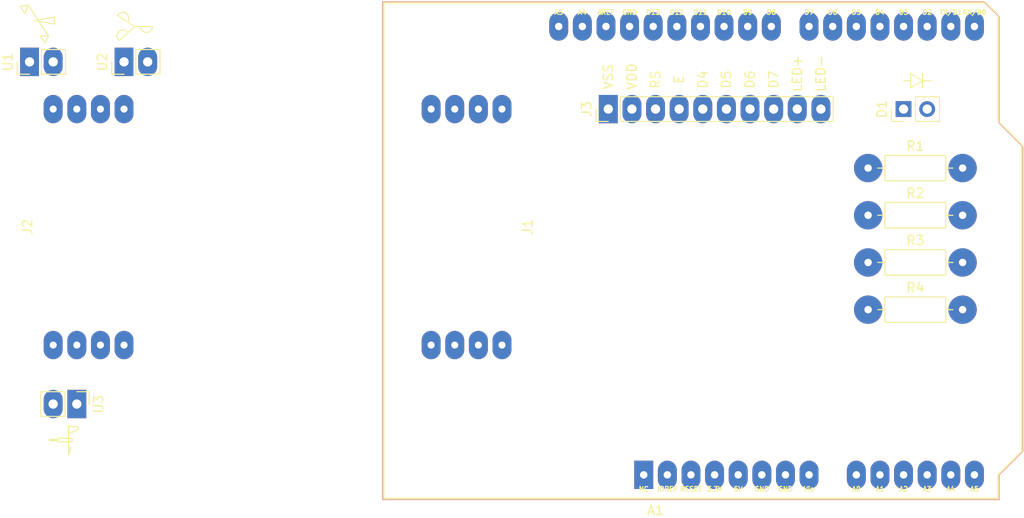
<source format=kicad_pcb>
(kicad_pcb (version 20171130) (host pcbnew 5.1.5-52549c5~84~ubuntu18.04.1)

  (general
    (thickness 1.6)
    (drawings 0)
    (tracks 0)
    (zones 0)
    (modules 12)
    (nets 46)
  )

  (page A4)
  (layers
    (0 F.Cu signal)
    (31 B.Cu signal)
    (32 B.Adhes user)
    (33 F.Adhes user)
    (34 B.Paste user)
    (35 F.Paste user)
    (36 B.SilkS user)
    (37 F.SilkS user)
    (38 B.Mask user)
    (39 F.Mask user)
    (40 Dwgs.User user)
    (41 Cmts.User user)
    (42 Eco1.User user)
    (43 Eco2.User user)
    (44 Edge.Cuts user)
    (45 Margin user)
    (46 B.CrtYd user)
    (47 F.CrtYd user)
    (48 B.Fab user)
    (49 F.Fab user)
  )

  (setup
    (last_trace_width 0.25)
    (trace_clearance 0.2)
    (zone_clearance 0.508)
    (zone_45_only no)
    (trace_min 0.2)
    (via_size 0.8)
    (via_drill 0.4)
    (via_min_size 0.4)
    (via_min_drill 0.3)
    (uvia_size 0.3)
    (uvia_drill 0.1)
    (uvias_allowed no)
    (uvia_min_size 0.2)
    (uvia_min_drill 0.1)
    (edge_width 0.05)
    (segment_width 0.2)
    (pcb_text_width 0.3)
    (pcb_text_size 1.5 1.5)
    (mod_edge_width 0.12)
    (mod_text_size 1 1)
    (mod_text_width 0.15)
    (pad_size 1.524 1.524)
    (pad_drill 0.762)
    (pad_to_mask_clearance 0.051)
    (solder_mask_min_width 0.25)
    (aux_axis_origin 0 0)
    (visible_elements FFFFFF7F)
    (pcbplotparams
      (layerselection 0x010fc_ffffffff)
      (usegerberextensions false)
      (usegerberattributes false)
      (usegerberadvancedattributes false)
      (creategerberjobfile false)
      (excludeedgelayer true)
      (linewidth 0.100000)
      (plotframeref false)
      (viasonmask false)
      (mode 1)
      (useauxorigin false)
      (hpglpennumber 1)
      (hpglpenspeed 20)
      (hpglpendiameter 15.000000)
      (psnegative false)
      (psa4output false)
      (plotreference true)
      (plotvalue true)
      (plotinvisibletext false)
      (padsonsilk false)
      (subtractmaskfromsilk false)
      (outputformat 1)
      (mirror false)
      (drillshape 1)
      (scaleselection 1)
      (outputdirectory ""))
  )

  (net 0 "")
  (net 1 "Net-(A1-Pad16)")
  (net 2 "Net-(A1-Pad15)")
  (net 3 "Net-(A1-Pad30)")
  (net 4 "Net-(A1-Pad14)")
  (net 5 "Net-(A1-Pad29)")
  (net 6 "Net-(A1-Pad13)")
  (net 7 "Net-(A1-Pad28)")
  (net 8 "Net-(A1-Pad12)")
  (net 9 "Net-(A1-Pad27)")
  (net 10 "Net-(A1-Pad11)")
  (net 11 "Net-(A1-Pad26)")
  (net 12 "Net-(A1-Pad10)")
  (net 13 "Net-(A1-Pad25)")
  (net 14 "Net-(A1-Pad9)")
  (net 15 "Net-(A1-Pad24)")
  (net 16 "Net-(A1-Pad8)")
  (net 17 "Net-(A1-Pad23)")
  (net 18 "Net-(A1-Pad7)")
  (net 19 "Net-(A1-Pad22)")
  (net 20 "Net-(A1-Pad6)")
  (net 21 "Net-(A1-Pad21)")
  (net 22 "Net-(A1-Pad5)")
  (net 23 "Net-(A1-Pad20)")
  (net 24 "Net-(A1-Pad4)")
  (net 25 "Net-(A1-Pad19)")
  (net 26 "Net-(A1-Pad3)")
  (net 27 "Net-(A1-Pad18)")
  (net 28 "Net-(A1-Pad2)")
  (net 29 "Net-(A1-Pad17)")
  (net 30 "Net-(A1-Pad1)")
  (net 31 "Net-(A1-Pad31)")
  (net 32 "Net-(A1-Pad32)")
  (net 33 "Net-(D1-Pad1)")
  (net 34 "Net-(J1-Pad7)")
  (net 35 "Net-(J1-Pad8)")
  (net 36 "Net-(J2-Pad1)")
  (net 37 "Net-(J2-Pad2)")
  (net 38 "Net-(J2-Pad5)")
  (net 39 "Net-(J2-Pad4)")
  (net 40 "Net-(J2-Pad7)")
  (net 41 "Net-(J2-Pad8)")
  (net 42 "Net-(J2-Pad3)")
  (net 43 "Net-(J2-Pad6)")
  (net 44 "Net-(J3-Pad10)")
  (net 45 "Net-(J3-Pad9)")

  (net_class Default "This is the default net class."
    (clearance 0.2)
    (trace_width 0.25)
    (via_dia 0.8)
    (via_drill 0.4)
    (uvia_dia 0.3)
    (uvia_drill 0.1)
    (add_net "Net-(A1-Pad1)")
    (add_net "Net-(A1-Pad10)")
    (add_net "Net-(A1-Pad11)")
    (add_net "Net-(A1-Pad12)")
    (add_net "Net-(A1-Pad13)")
    (add_net "Net-(A1-Pad14)")
    (add_net "Net-(A1-Pad15)")
    (add_net "Net-(A1-Pad16)")
    (add_net "Net-(A1-Pad17)")
    (add_net "Net-(A1-Pad18)")
    (add_net "Net-(A1-Pad19)")
    (add_net "Net-(A1-Pad2)")
    (add_net "Net-(A1-Pad20)")
    (add_net "Net-(A1-Pad21)")
    (add_net "Net-(A1-Pad22)")
    (add_net "Net-(A1-Pad23)")
    (add_net "Net-(A1-Pad24)")
    (add_net "Net-(A1-Pad25)")
    (add_net "Net-(A1-Pad26)")
    (add_net "Net-(A1-Pad27)")
    (add_net "Net-(A1-Pad28)")
    (add_net "Net-(A1-Pad29)")
    (add_net "Net-(A1-Pad3)")
    (add_net "Net-(A1-Pad30)")
    (add_net "Net-(A1-Pad31)")
    (add_net "Net-(A1-Pad32)")
    (add_net "Net-(A1-Pad4)")
    (add_net "Net-(A1-Pad5)")
    (add_net "Net-(A1-Pad6)")
    (add_net "Net-(A1-Pad7)")
    (add_net "Net-(A1-Pad8)")
    (add_net "Net-(A1-Pad9)")
    (add_net "Net-(D1-Pad1)")
    (add_net "Net-(J1-Pad7)")
    (add_net "Net-(J1-Pad8)")
    (add_net "Net-(J2-Pad1)")
    (add_net "Net-(J2-Pad2)")
    (add_net "Net-(J2-Pad3)")
    (add_net "Net-(J2-Pad4)")
    (add_net "Net-(J2-Pad5)")
    (add_net "Net-(J2-Pad6)")
    (add_net "Net-(J2-Pad7)")
    (add_net "Net-(J2-Pad8)")
    (add_net "Net-(J3-Pad10)")
    (add_net "Net-(J3-Pad9)")
  )

  (module My_Headers:2-pin_Wind_vane_header_large (layer F.Cu) (tedit 5E724C5F) (tstamp 5E731255)
    (at 85.09 104.14 270)
    (descr "Through hole straight pin header, 1x02, 2.54mm pitch, single row")
    (tags "Through hole pin header THT 1x02 2.54mm single row")
    (path /5E770C07)
    (fp_text reference U3 (at 0 -2.33 90) (layer F.SilkS)
      (effects (font (size 1 1) (thickness 0.15)))
    )
    (fp_text value Wind_vane (at 0 4.87 90) (layer F.Fab) hide
      (effects (font (size 1 1) (thickness 0.15)))
    )
    (fp_line (start 2.794 -0.127) (end 3.175 0.889) (layer F.SilkS) (width 0.12))
    (fp_line (start 2.413 -0.127) (end 2.794 -0.127) (layer F.SilkS) (width 0.12))
    (fp_line (start 2.413 0.889) (end 2.413 -0.127) (layer F.SilkS) (width 0.12))
    (fp_line (start 4.699 0.889) (end 2.413 0.889) (layer F.SilkS) (width 0.12))
    (fp_line (start 4.699 0.635) (end 4.699 0.889) (layer F.SilkS) (width 0.12))
    (fp_line (start 5.461 0.889) (end 4.699 0.635) (layer F.SilkS) (width 0.12))
    (fp_line (start 2.413 0.889) (end 5.461 0.889) (layer F.SilkS) (width 0.12))
    (fp_line (start 3.81 2.921) (end 3.81 2.032) (layer F.SilkS) (width 0.12))
    (fp_line (start 3.937 2.921) (end 3.81 2.921) (layer F.SilkS) (width 0.12))
    (fp_line (start 3.937 2.032) (end 3.937 2.921) (layer F.SilkS) (width 0.12))
    (fp_line (start 4.064 2.032) (end 3.683 2.032) (layer F.SilkS) (width 0.12))
    (fp_line (start 4.064 0.508) (end 4.064 2.032) (layer F.SilkS) (width 0.12))
    (fp_line (start 3.683 0.508) (end 4.064 0.508) (layer F.SilkS) (width 0.12))
    (fp_line (start 3.683 2.032) (end 3.683 0.508) (layer F.SilkS) (width 0.12))
    (fp_line (start 1.8 -1.8) (end -1.8 -1.8) (layer F.CrtYd) (width 0.05))
    (fp_line (start 1.8 4.35) (end 1.8 -1.8) (layer F.CrtYd) (width 0.05))
    (fp_line (start -1.8 4.35) (end 1.8 4.35) (layer F.CrtYd) (width 0.05))
    (fp_line (start -1.8 -1.8) (end -1.8 4.35) (layer F.CrtYd) (width 0.05))
    (fp_line (start -1.33 -1.33) (end 0 -1.33) (layer F.SilkS) (width 0.12))
    (fp_line (start -1.33 0) (end -1.33 -1.33) (layer F.SilkS) (width 0.12))
    (fp_line (start -1.33 1.27) (end 1.33 1.27) (layer F.SilkS) (width 0.12))
    (fp_line (start 1.33 1.27) (end 1.33 3.87) (layer F.SilkS) (width 0.12))
    (fp_line (start -1.33 1.27) (end -1.33 3.87) (layer F.SilkS) (width 0.12))
    (fp_line (start -1.33 3.87) (end 1.33 3.87) (layer F.SilkS) (width 0.12))
    (fp_line (start -1.27 -0.635) (end -0.635 -1.27) (layer F.Fab) (width 0.1))
    (fp_line (start -1.27 3.81) (end -1.27 -0.635) (layer F.Fab) (width 0.1))
    (fp_line (start 1.27 3.81) (end -1.27 3.81) (layer F.Fab) (width 0.1))
    (fp_line (start 1.27 -1.27) (end 1.27 3.81) (layer F.Fab) (width 0.1))
    (fp_line (start -0.635 -1.27) (end 1.27 -1.27) (layer F.Fab) (width 0.1))
    (pad 2 thru_hole oval (at 0 2.54 270) (size 3.048 2.032) (drill 1) (layers *.Cu *.Mask)
      (net 43 "Net-(J2-Pad6)"))
    (pad 1 thru_hole rect (at 0 0 270) (size 3.048 2.032) (drill 1) (layers *.Cu *.Mask)
      (net 42 "Net-(J2-Pad3)"))
    (model ${KISYS3DMOD}/Connector_PinHeader_2.54mm.3dshapes/PinHeader_1x02_P2.54mm_Vertical.wrl
      (at (xyz 0 0 0))
      (scale (xyz 1 1 1))
      (rotate (xyz 0 0 0))
    )
  )

  (module My_Headers:2-pin_Anemometer_header_large (layer F.Cu) (tedit 5E724D9A) (tstamp 5E731232)
    (at 90.17 67.31 90)
    (descr "Through hole straight pin header, 1x02, 2.54mm pitch, single row")
    (tags "Through hole pin header THT 1x02 2.54mm single row")
    (path /5E7848A3)
    (fp_text reference U2 (at 0 -2.33 90) (layer F.SilkS)
      (effects (font (size 1 1) (thickness 0.15)))
    )
    (fp_text value Anemometer (at 0 4.87 90) (layer F.Fab) hide
      (effects (font (size 1 1) (thickness 0.15)))
    )
    (fp_line (start 3.81 1.143) (end 3.81 3.048) (layer F.SilkS) (width 0.12))
    (fp_line (start 3.81 1.143) (end 2.286 -0.508) (layer F.SilkS) (width 0.12))
    (fp_line (start 3.81 1.143) (end 4.953 -0.635) (layer F.SilkS) (width 0.12))
    (fp_arc (start 2.794 -0.127) (end 3.175 0.380999) (angle -188.1301024) (layer F.SilkS) (width 0.12))
    (fp_arc (start 4.699 -0.127) (end 4.318001 0.381) (angle -190.3048465) (layer F.SilkS) (width 0.12))
    (fp_arc (start 3.81 2.413) (end 3.81 1.778) (angle -180) (layer F.SilkS) (width 0.12))
    (fp_line (start -0.635 -1.27) (end 1.27 -1.27) (layer F.Fab) (width 0.1))
    (fp_line (start 1.27 -1.27) (end 1.27 3.81) (layer F.Fab) (width 0.1))
    (fp_line (start 1.27 3.81) (end -1.27 3.81) (layer F.Fab) (width 0.1))
    (fp_line (start -1.27 3.81) (end -1.27 -0.635) (layer F.Fab) (width 0.1))
    (fp_line (start -1.27 -0.635) (end -0.635 -1.27) (layer F.Fab) (width 0.1))
    (fp_line (start -1.33 3.87) (end 1.33 3.87) (layer F.SilkS) (width 0.12))
    (fp_line (start -1.33 1.27) (end -1.33 3.87) (layer F.SilkS) (width 0.12))
    (fp_line (start 1.33 1.27) (end 1.33 3.87) (layer F.SilkS) (width 0.12))
    (fp_line (start -1.33 1.27) (end 1.33 1.27) (layer F.SilkS) (width 0.12))
    (fp_line (start -1.33 0) (end -1.33 -1.33) (layer F.SilkS) (width 0.12))
    (fp_line (start -1.33 -1.33) (end 0 -1.33) (layer F.SilkS) (width 0.12))
    (fp_line (start -1.8 -1.8) (end -1.8 4.35) (layer F.CrtYd) (width 0.05))
    (fp_line (start -1.8 4.35) (end 1.8 4.35) (layer F.CrtYd) (width 0.05))
    (fp_line (start 1.8 4.35) (end 1.8 -1.8) (layer F.CrtYd) (width 0.05))
    (fp_line (start 1.8 -1.8) (end -1.8 -1.8) (layer F.CrtYd) (width 0.05))
    (pad 1 thru_hole rect (at 0 0 90) (size 3.048 2.032) (drill 1) (layers *.Cu *.Mask)
      (net 37 "Net-(J2-Pad2)"))
    (pad 2 thru_hole oval (at 0 2.54 90) (size 3.048 2.032) (drill 1) (layers *.Cu *.Mask)
      (net 36 "Net-(J2-Pad1)"))
    (model ${KISYS3DMOD}/Connector_PinHeader_2.54mm.3dshapes/PinHeader_1x02_P2.54mm_Vertical.wrl
      (at (xyz 0 0 0))
      (scale (xyz 1 1 1))
      (rotate (xyz 0 0 0))
    )
  )

  (module My_Headers:2-pin_Rain_bucket_header_large (layer F.Cu) (tedit 5E724BB0) (tstamp 5E731217)
    (at 80.01 67.31 90)
    (descr "Through hole straight pin header, 1x02, 2.54mm pitch, single row")
    (tags "Through hole pin header THT 1x02 2.54mm single row")
    (path /5E7B3A0A)
    (fp_text reference U1 (at 0 -2.33 90) (layer F.SilkS)
      (effects (font (size 1 1) (thickness 0.15)))
    )
    (fp_text value Rain_bucket (at 0 4.87 90) (layer F.Fab) hide
      (effects (font (size 1 1) (thickness 0.15)))
    )
    (fp_line (start 4.826 2.667) (end 4.064 2.667) (layer F.SilkS) (width 0.12))
    (fp_line (start 4.445 0.508) (end 4.826 2.667) (layer F.SilkS) (width 0.12))
    (fp_line (start 4.064 2.667) (end 4.445 0.508) (layer F.SilkS) (width 0.12))
    (fp_line (start 2.794 1.143) (end 2.794 2.032) (layer F.SilkS) (width 0.12))
    (fp_line (start 2.032 1.651) (end 2.794 1.143) (layer F.SilkS) (width 0.12))
    (fp_line (start 2.794 2.032) (end 2.032 1.651) (layer F.SilkS) (width 0.12))
    (fp_line (start 5.969 -1.016) (end 6.096 -0.127) (layer F.SilkS) (width 0.12))
    (fp_line (start 5.207 -0.508) (end 5.969 -1.016) (layer F.SilkS) (width 0.12))
    (fp_line (start 6.096 -0.127) (end 5.207 -0.508) (layer F.SilkS) (width 0.12))
    (fp_line (start 2.794 2.032) (end 6.096 -0.127) (layer F.SilkS) (width 0.12))
    (fp_line (start 1.8 -1.8) (end -1.8 -1.8) (layer F.CrtYd) (width 0.05))
    (fp_line (start 1.8 4.35) (end 1.8 -1.8) (layer F.CrtYd) (width 0.05))
    (fp_line (start -1.8 4.35) (end 1.8 4.35) (layer F.CrtYd) (width 0.05))
    (fp_line (start -1.8 -1.8) (end -1.8 4.35) (layer F.CrtYd) (width 0.05))
    (fp_line (start -1.33 -1.33) (end 0 -1.33) (layer F.SilkS) (width 0.12))
    (fp_line (start -1.33 0) (end -1.33 -1.33) (layer F.SilkS) (width 0.12))
    (fp_line (start -1.33 1.27) (end 1.33 1.27) (layer F.SilkS) (width 0.12))
    (fp_line (start 1.33 1.27) (end 1.33 3.87) (layer F.SilkS) (width 0.12))
    (fp_line (start -1.33 1.27) (end -1.33 3.87) (layer F.SilkS) (width 0.12))
    (fp_line (start -1.33 3.87) (end 1.33 3.87) (layer F.SilkS) (width 0.12))
    (fp_line (start -1.27 -0.635) (end -0.635 -1.27) (layer F.Fab) (width 0.1))
    (fp_line (start -1.27 3.81) (end -1.27 -0.635) (layer F.Fab) (width 0.1))
    (fp_line (start 1.27 3.81) (end -1.27 3.81) (layer F.Fab) (width 0.1))
    (fp_line (start 1.27 -1.27) (end 1.27 3.81) (layer F.Fab) (width 0.1))
    (fp_line (start -0.635 -1.27) (end 1.27 -1.27) (layer F.Fab) (width 0.1))
    (pad 2 thru_hole oval (at 0 2.54 90) (size 3.048 2.032) (drill 1) (layers *.Cu *.Mask)
      (net 38 "Net-(J2-Pad5)"))
    (pad 1 thru_hole rect (at 0 0 90) (size 3.048 2.032) (drill 1) (layers *.Cu *.Mask)
      (net 39 "Net-(J2-Pad4)"))
    (model ${KISYS3DMOD}/Connector_PinHeader_2.54mm.3dshapes/PinHeader_1x02_P2.54mm_Vertical.wrl
      (at (xyz 0 0 0))
      (scale (xyz 1 1 1))
      (rotate (xyz 0 0 0))
    )
  )

  (module My_Misc:R_Axial_DIN0207_L6.3mm_D2.5mm_P10.16mm_Horizontal_larger_pads (layer F.Cu) (tedit 5E4D8416) (tstamp 5E7311F8)
    (at 170.18 93.98)
    (descr "Resistor, Axial_DIN0207 series, Axial, Horizontal, pin pitch=10.16mm, 0.25W = 1/4W, length*diameter=6.3*2.5mm^2, http://cdn-reichelt.de/documents/datenblatt/B400/1_4W%23YAG.pdf")
    (tags "Resistor Axial_DIN0207 series Axial Horizontal pin pitch 10.16mm 0.25W = 1/4W length 6.3mm diameter 2.5mm")
    (path /5E72DD5E)
    (fp_text reference R4 (at 5.08 -2.37) (layer F.SilkS)
      (effects (font (size 1 1) (thickness 0.15)))
    )
    (fp_text value 15k (at 5.08 2.37) (layer F.Fab) hide
      (effects (font (size 1 1) (thickness 0.15)))
    )
    (fp_text user %R (at 5.08 0) (layer F.Fab)
      (effects (font (size 1 1) (thickness 0.15)))
    )
    (fp_line (start 11.21 -1.5) (end -1.05 -1.5) (layer F.CrtYd) (width 0.05))
    (fp_line (start 11.21 1.5) (end 11.21 -1.5) (layer F.CrtYd) (width 0.05))
    (fp_line (start -1.05 1.5) (end 11.21 1.5) (layer F.CrtYd) (width 0.05))
    (fp_line (start -1.05 -1.5) (end -1.05 1.5) (layer F.CrtYd) (width 0.05))
    (fp_line (start 9.12 0) (end 8.35 0) (layer F.SilkS) (width 0.12))
    (fp_line (start 1.04 0) (end 1.81 0) (layer F.SilkS) (width 0.12))
    (fp_line (start 8.35 -1.37) (end 1.81 -1.37) (layer F.SilkS) (width 0.12))
    (fp_line (start 8.35 1.37) (end 8.35 -1.37) (layer F.SilkS) (width 0.12))
    (fp_line (start 1.81 1.37) (end 8.35 1.37) (layer F.SilkS) (width 0.12))
    (fp_line (start 1.81 -1.37) (end 1.81 1.37) (layer F.SilkS) (width 0.12))
    (fp_line (start 10.16 0) (end 8.23 0) (layer F.Fab) (width 0.1))
    (fp_line (start 0 0) (end 1.93 0) (layer F.Fab) (width 0.1))
    (fp_line (start 8.23 -1.25) (end 1.93 -1.25) (layer F.Fab) (width 0.1))
    (fp_line (start 8.23 1.25) (end 8.23 -1.25) (layer F.Fab) (width 0.1))
    (fp_line (start 1.93 1.25) (end 8.23 1.25) (layer F.Fab) (width 0.1))
    (fp_line (start 1.93 -1.25) (end 1.93 1.25) (layer F.Fab) (width 0.1))
    (pad 2 thru_hole circle (at 10.16 0) (size 3.048 3.048) (drill 0.8) (layers *.Cu *.Mask)
      (net 22 "Net-(A1-Pad5)"))
    (pad 1 thru_hole circle (at 0 0) (size 3.048 3.048) (drill 0.8) (layers *.Cu *.Mask)
      (net 10 "Net-(A1-Pad11)"))
    (model ${KISYS3DMOD}/Resistor_THT.3dshapes/R_Axial_DIN0207_L6.3mm_D2.5mm_P10.16mm_Horizontal.wrl
      (at (xyz 0 0 0))
      (scale (xyz 1 1 1))
      (rotate (xyz 0 0 0))
    )
  )

  (module My_Misc:R_Axial_DIN0207_L6.3mm_D2.5mm_P10.16mm_Horizontal_larger_pads (layer F.Cu) (tedit 5E4D8416) (tstamp 5E7311E1)
    (at 170.18 88.9)
    (descr "Resistor, Axial_DIN0207 series, Axial, Horizontal, pin pitch=10.16mm, 0.25W = 1/4W, length*diameter=6.3*2.5mm^2, http://cdn-reichelt.de/documents/datenblatt/B400/1_4W%23YAG.pdf")
    (tags "Resistor Axial_DIN0207 series Axial Horizontal pin pitch 10.16mm 0.25W = 1/4W length 6.3mm diameter 2.5mm")
    (path /5E70A083)
    (fp_text reference R3 (at 5.08 -2.37) (layer F.SilkS)
      (effects (font (size 1 1) (thickness 0.15)))
    )
    (fp_text value 10k (at 5.08 2.37) (layer F.Fab) hide
      (effects (font (size 1 1) (thickness 0.15)))
    )
    (fp_text user %R (at 5.08 0) (layer F.Fab)
      (effects (font (size 1 1) (thickness 0.15)))
    )
    (fp_line (start 11.21 -1.5) (end -1.05 -1.5) (layer F.CrtYd) (width 0.05))
    (fp_line (start 11.21 1.5) (end 11.21 -1.5) (layer F.CrtYd) (width 0.05))
    (fp_line (start -1.05 1.5) (end 11.21 1.5) (layer F.CrtYd) (width 0.05))
    (fp_line (start -1.05 -1.5) (end -1.05 1.5) (layer F.CrtYd) (width 0.05))
    (fp_line (start 9.12 0) (end 8.35 0) (layer F.SilkS) (width 0.12))
    (fp_line (start 1.04 0) (end 1.81 0) (layer F.SilkS) (width 0.12))
    (fp_line (start 8.35 -1.37) (end 1.81 -1.37) (layer F.SilkS) (width 0.12))
    (fp_line (start 8.35 1.37) (end 8.35 -1.37) (layer F.SilkS) (width 0.12))
    (fp_line (start 1.81 1.37) (end 8.35 1.37) (layer F.SilkS) (width 0.12))
    (fp_line (start 1.81 -1.37) (end 1.81 1.37) (layer F.SilkS) (width 0.12))
    (fp_line (start 10.16 0) (end 8.23 0) (layer F.Fab) (width 0.1))
    (fp_line (start 0 0) (end 1.93 0) (layer F.Fab) (width 0.1))
    (fp_line (start 8.23 -1.25) (end 1.93 -1.25) (layer F.Fab) (width 0.1))
    (fp_line (start 8.23 1.25) (end 8.23 -1.25) (layer F.Fab) (width 0.1))
    (fp_line (start 1.93 1.25) (end 8.23 1.25) (layer F.Fab) (width 0.1))
    (fp_line (start 1.93 -1.25) (end 1.93 1.25) (layer F.Fab) (width 0.1))
    (pad 2 thru_hole circle (at 10.16 0) (size 3.048 3.048) (drill 0.8) (layers *.Cu *.Mask)
      (net 23 "Net-(A1-Pad20)"))
    (pad 1 thru_hole circle (at 0 0) (size 3.048 3.048) (drill 0.8) (layers *.Cu *.Mask)
      (net 5 "Net-(A1-Pad29)"))
    (model ${KISYS3DMOD}/Resistor_THT.3dshapes/R_Axial_DIN0207_L6.3mm_D2.5mm_P10.16mm_Horizontal.wrl
      (at (xyz 0 0 0))
      (scale (xyz 1 1 1))
      (rotate (xyz 0 0 0))
    )
  )

  (module My_Misc:R_Axial_DIN0207_L6.3mm_D2.5mm_P10.16mm_Horizontal_larger_pads (layer F.Cu) (tedit 5E4D8416) (tstamp 5E7311CA)
    (at 170.18 83.82)
    (descr "Resistor, Axial_DIN0207 series, Axial, Horizontal, pin pitch=10.16mm, 0.25W = 1/4W, length*diameter=6.3*2.5mm^2, http://cdn-reichelt.de/documents/datenblatt/B400/1_4W%23YAG.pdf")
    (tags "Resistor Axial_DIN0207 series Axial Horizontal pin pitch 10.16mm 0.25W = 1/4W length 6.3mm diameter 2.5mm")
    (path /5E70F70C)
    (fp_text reference R2 (at 5.08 -2.37) (layer F.SilkS)
      (effects (font (size 1 1) (thickness 0.15)))
    )
    (fp_text value 10k (at 5.08 2.37) (layer F.Fab) hide
      (effects (font (size 1 1) (thickness 0.15)))
    )
    (fp_text user %R (at 5.08 0) (layer F.Fab)
      (effects (font (size 1 1) (thickness 0.15)))
    )
    (fp_line (start 11.21 -1.5) (end -1.05 -1.5) (layer F.CrtYd) (width 0.05))
    (fp_line (start 11.21 1.5) (end 11.21 -1.5) (layer F.CrtYd) (width 0.05))
    (fp_line (start -1.05 1.5) (end 11.21 1.5) (layer F.CrtYd) (width 0.05))
    (fp_line (start -1.05 -1.5) (end -1.05 1.5) (layer F.CrtYd) (width 0.05))
    (fp_line (start 9.12 0) (end 8.35 0) (layer F.SilkS) (width 0.12))
    (fp_line (start 1.04 0) (end 1.81 0) (layer F.SilkS) (width 0.12))
    (fp_line (start 8.35 -1.37) (end 1.81 -1.37) (layer F.SilkS) (width 0.12))
    (fp_line (start 8.35 1.37) (end 8.35 -1.37) (layer F.SilkS) (width 0.12))
    (fp_line (start 1.81 1.37) (end 8.35 1.37) (layer F.SilkS) (width 0.12))
    (fp_line (start 1.81 -1.37) (end 1.81 1.37) (layer F.SilkS) (width 0.12))
    (fp_line (start 10.16 0) (end 8.23 0) (layer F.Fab) (width 0.1))
    (fp_line (start 0 0) (end 1.93 0) (layer F.Fab) (width 0.1))
    (fp_line (start 8.23 -1.25) (end 1.93 -1.25) (layer F.Fab) (width 0.1))
    (fp_line (start 8.23 1.25) (end 8.23 -1.25) (layer F.Fab) (width 0.1))
    (fp_line (start 1.93 1.25) (end 8.23 1.25) (layer F.Fab) (width 0.1))
    (fp_line (start 1.93 -1.25) (end 1.93 1.25) (layer F.Fab) (width 0.1))
    (pad 2 thru_hole circle (at 10.16 0) (size 3.048 3.048) (drill 0.8) (layers *.Cu *.Mask)
      (net 25 "Net-(A1-Pad19)"))
    (pad 1 thru_hole circle (at 0 0) (size 3.048 3.048) (drill 0.8) (layers *.Cu *.Mask)
      (net 5 "Net-(A1-Pad29)"))
    (model ${KISYS3DMOD}/Resistor_THT.3dshapes/R_Axial_DIN0207_L6.3mm_D2.5mm_P10.16mm_Horizontal.wrl
      (at (xyz 0 0 0))
      (scale (xyz 1 1 1))
      (rotate (xyz 0 0 0))
    )
  )

  (module My_Misc:R_Axial_DIN0207_L6.3mm_D2.5mm_P10.16mm_Horizontal_larger_pads (layer F.Cu) (tedit 5E4D8416) (tstamp 5E7311B3)
    (at 170.18 78.74)
    (descr "Resistor, Axial_DIN0207 series, Axial, Horizontal, pin pitch=10.16mm, 0.25W = 1/4W, length*diameter=6.3*2.5mm^2, http://cdn-reichelt.de/documents/datenblatt/B400/1_4W%23YAG.pdf")
    (tags "Resistor Axial_DIN0207 series Axial Horizontal pin pitch 10.16mm 0.25W = 1/4W length 6.3mm diameter 2.5mm")
    (path /5E71CD16)
    (fp_text reference R1 (at 5.08 -2.37) (layer F.SilkS)
      (effects (font (size 1 1) (thickness 0.15)))
    )
    (fp_text value 330R (at 5.08 2.37) (layer F.Fab) hide
      (effects (font (size 1 1) (thickness 0.15)))
    )
    (fp_text user %R (at 5.08 0) (layer F.Fab)
      (effects (font (size 1 1) (thickness 0.15)))
    )
    (fp_line (start 11.21 -1.5) (end -1.05 -1.5) (layer F.CrtYd) (width 0.05))
    (fp_line (start 11.21 1.5) (end 11.21 -1.5) (layer F.CrtYd) (width 0.05))
    (fp_line (start -1.05 1.5) (end 11.21 1.5) (layer F.CrtYd) (width 0.05))
    (fp_line (start -1.05 -1.5) (end -1.05 1.5) (layer F.CrtYd) (width 0.05))
    (fp_line (start 9.12 0) (end 8.35 0) (layer F.SilkS) (width 0.12))
    (fp_line (start 1.04 0) (end 1.81 0) (layer F.SilkS) (width 0.12))
    (fp_line (start 8.35 -1.37) (end 1.81 -1.37) (layer F.SilkS) (width 0.12))
    (fp_line (start 8.35 1.37) (end 8.35 -1.37) (layer F.SilkS) (width 0.12))
    (fp_line (start 1.81 1.37) (end 8.35 1.37) (layer F.SilkS) (width 0.12))
    (fp_line (start 1.81 -1.37) (end 1.81 1.37) (layer F.SilkS) (width 0.12))
    (fp_line (start 10.16 0) (end 8.23 0) (layer F.Fab) (width 0.1))
    (fp_line (start 0 0) (end 1.93 0) (layer F.Fab) (width 0.1))
    (fp_line (start 8.23 -1.25) (end 1.93 -1.25) (layer F.Fab) (width 0.1))
    (fp_line (start 8.23 1.25) (end 8.23 -1.25) (layer F.Fab) (width 0.1))
    (fp_line (start 1.93 1.25) (end 8.23 1.25) (layer F.Fab) (width 0.1))
    (fp_line (start 1.93 -1.25) (end 1.93 1.25) (layer F.Fab) (width 0.1))
    (pad 2 thru_hole circle (at 10.16 0) (size 3.048 3.048) (drill 0.8) (layers *.Cu *.Mask)
      (net 33 "Net-(D1-Pad1)"))
    (pad 1 thru_hole circle (at 0 0) (size 3.048 3.048) (drill 0.8) (layers *.Cu *.Mask)
      (net 5 "Net-(A1-Pad29)"))
    (model ${KISYS3DMOD}/Resistor_THT.3dshapes/R_Axial_DIN0207_L6.3mm_D2.5mm_P10.16mm_Horizontal.wrl
      (at (xyz 0 0 0))
      (scale (xyz 1 1 1))
      (rotate (xyz 0 0 0))
    )
  )

  (module My_Headers:10-pin_LCD_header_larger_pads (layer F.Cu) (tedit 5E64CF8C) (tstamp 5E73119C)
    (at 142.24 72.39 90)
    (descr "Through hole straight pin header, 1x10, 2.54mm pitch, single row")
    (tags "Through hole pin header THT 1x10 2.54mm single row")
    (path /5E6FBAAB)
    (fp_text reference J3 (at 0 -2.33 90) (layer F.SilkS)
      (effects (font (size 1 1) (thickness 0.15)))
    )
    (fp_text value 10-pin_header_LCD_interface (at 0 25.19 90) (layer F.Fab) hide
      (effects (font (size 1 1) (thickness 0.15)))
    )
    (fp_text user LED- (at 3.81 22.86 90) (layer F.SilkS)
      (effects (font (size 1 1) (thickness 0.15)))
    )
    (fp_text user LED+ (at 3.81 20.32 90) (layer F.SilkS)
      (effects (font (size 1 1) (thickness 0.15)))
    )
    (fp_text user D7 (at 3.175 17.78 90) (layer F.SilkS)
      (effects (font (size 1 1) (thickness 0.15)))
    )
    (fp_text user D6 (at 3.175 15.24 90) (layer F.SilkS)
      (effects (font (size 1 1) (thickness 0.15)))
    )
    (fp_text user D5 (at 3.175 12.7 90) (layer F.SilkS)
      (effects (font (size 1 1) (thickness 0.15)))
    )
    (fp_text user D4 (at 3.175 10.16 90) (layer F.SilkS)
      (effects (font (size 1 1) (thickness 0.15)))
    )
    (fp_text user E (at 3.175 7.62 90) (layer F.SilkS)
      (effects (font (size 1 1) (thickness 0.15)))
    )
    (fp_text user RS (at 3.175 5.08 90) (layer F.SilkS)
      (effects (font (size 1 1) (thickness 0.15)))
    )
    (fp_text user VDD (at 3.5 2.54 90) (layer F.SilkS)
      (effects (font (size 1 1) (thickness 0.15)))
    )
    (fp_text user VSS (at 3.5 0 90) (layer F.SilkS)
      (effects (font (size 1 1) (thickness 0.15)))
    )
    (fp_text user %R (at 0 11.43) (layer F.Fab)
      (effects (font (size 1 1) (thickness 0.15)))
    )
    (fp_line (start 1.8 -1.8) (end -1.8 -1.8) (layer F.CrtYd) (width 0.05))
    (fp_line (start 1.8 24.65) (end 1.8 -1.8) (layer F.CrtYd) (width 0.05))
    (fp_line (start -1.8 24.65) (end 1.8 24.65) (layer F.CrtYd) (width 0.05))
    (fp_line (start -1.8 -1.8) (end -1.8 24.65) (layer F.CrtYd) (width 0.05))
    (fp_line (start -1.33 -1.33) (end 0 -1.33) (layer F.SilkS) (width 0.12))
    (fp_line (start -1.33 0) (end -1.33 -1.33) (layer F.SilkS) (width 0.12))
    (fp_line (start -1.33 1.27) (end 1.33 1.27) (layer F.SilkS) (width 0.12))
    (fp_line (start 1.33 1.27) (end 1.33 24.19) (layer F.SilkS) (width 0.12))
    (fp_line (start -1.33 1.27) (end -1.33 24.19) (layer F.SilkS) (width 0.12))
    (fp_line (start -1.33 24.19) (end 1.33 24.19) (layer F.SilkS) (width 0.12))
    (fp_line (start -1.27 -0.635) (end -0.635 -1.27) (layer F.Fab) (width 0.1))
    (fp_line (start -1.27 24.13) (end -1.27 -0.635) (layer F.Fab) (width 0.1))
    (fp_line (start 1.27 24.13) (end -1.27 24.13) (layer F.Fab) (width 0.1))
    (fp_line (start 1.27 -1.27) (end 1.27 24.13) (layer F.Fab) (width 0.1))
    (fp_line (start -0.635 -1.27) (end 1.27 -1.27) (layer F.Fab) (width 0.1))
    (pad 10 thru_hole oval (at 0 22.86 90) (size 3.048 2.032) (drill 1) (layers *.Cu *.Mask)
      (net 44 "Net-(J3-Pad10)"))
    (pad 9 thru_hole oval (at 0 20.32 90) (size 3.048 2.032) (drill 1) (layers *.Cu *.Mask)
      (net 45 "Net-(J3-Pad9)"))
    (pad 8 thru_hole oval (at 0 17.78 90) (size 3.048 2.032) (drill 1) (layers *.Cu *.Mask)
      (net 17 "Net-(A1-Pad23)"))
    (pad 7 thru_hole oval (at 0 15.24 90) (size 3.048 2.032) (drill 1) (layers *.Cu *.Mask)
      (net 15 "Net-(A1-Pad24)"))
    (pad 6 thru_hole oval (at 0 12.7 90) (size 3.048 2.032) (drill 1) (layers *.Cu *.Mask)
      (net 13 "Net-(A1-Pad25)"))
    (pad 5 thru_hole oval (at 0 10.16 90) (size 3.048 2.032) (drill 1) (layers *.Cu *.Mask)
      (net 11 "Net-(A1-Pad26)"))
    (pad 4 thru_hole oval (at 0 7.62 90) (size 3.048 2.032) (drill 1) (layers *.Cu *.Mask)
      (net 9 "Net-(A1-Pad27)"))
    (pad 3 thru_hole oval (at 0 5.08 90) (size 3.048 2.032) (drill 1) (layers *.Cu *.Mask)
      (net 7 "Net-(A1-Pad28)"))
    (pad 2 thru_hole oval (at 0 2.54 90) (size 3.048 2.032) (drill 1) (layers *.Cu *.Mask)
      (net 22 "Net-(A1-Pad5)"))
    (pad 1 thru_hole rect (at 0 0 90) (size 3.048 2.032) (drill 1) (layers *.Cu *.Mask)
      (net 5 "Net-(A1-Pad29)"))
    (model ${KISYS3DMOD}/Connector_PinHeader_2.54mm.3dshapes/PinHeader_1x10_P2.54mm_Vertical.wrl
      (at (xyz 0 0 0))
      (scale (xyz 1 1 1))
      (rotate (xyz 0 0 0))
    )
  )

  (module My_Parts:RJ45_cabled_large (layer F.Cu) (tedit 5E725190) (tstamp 5E731174)
    (at 86.36 85.09 90)
    (descr "Through hole straight socket strip, 1x04, 2.54mm pitch, single row (from Kicad 4.0.7), script generated")
    (tags "Through hole socket strip THT 1x04 2.54mm single row")
    (path /5E76C975)
    (fp_text reference J2 (at 0 -6.58 90) (layer F.SilkS)
      (effects (font (size 1 1) (thickness 0.15)))
    )
    (fp_text value RJ45 (at 0 6.58 90) (layer F.Fab)
      (effects (font (size 1 1) (thickness 0.15)))
    )
    (fp_line (start 7.62 19.05) (end 7.62 8.89) (layer F.Fab) (width 0.12))
    (fp_line (start -7.62 19.05) (end 7.62 19.05) (layer F.Fab) (width 0.12))
    (fp_line (start -7.62 8.89) (end -7.62 19.05) (layer F.Fab) (width 0.12))
    (fp_line (start 8.89 -8.89) (end -8.89 -8.89) (layer F.Fab) (width 0.12))
    (fp_line (start 8.89 8.89) (end 8.89 -8.89) (layer F.Fab) (width 0.12))
    (fp_line (start -8.89 8.89) (end 8.89 8.89) (layer F.Fab) (width 0.12))
    (fp_line (start -8.89 -8.89) (end -8.89 8.89) (layer F.Fab) (width 0.12))
    (pad 1 thru_hole oval (at 12.7 3.81 90) (size 3.048 2.032) (drill 0.762) (layers *.Cu *.Mask)
      (net 36 "Net-(J2-Pad1)"))
    (pad 2 thru_hole oval (at 12.7 1.27 90) (size 3.048 2.032) (drill 0.762) (layers *.Cu *.Mask)
      (net 37 "Net-(J2-Pad2)"))
    (pad 5 thru_hole oval (at 12.7 -1.27 90) (size 3.048 2.032) (drill 0.762) (layers *.Cu *.Mask)
      (net 38 "Net-(J2-Pad5)"))
    (pad 4 thru_hole oval (at 12.7 -3.81 90) (size 3.048 2.032) (drill 0.762) (layers *.Cu *.Mask)
      (net 39 "Net-(J2-Pad4)"))
    (pad 7 thru_hole oval (at -12.7 3.81 90) (size 3.048 2.032) (drill 0.762) (layers *.Cu *.Mask)
      (net 40 "Net-(J2-Pad7)"))
    (pad 8 thru_hole oval (at -12.7 1.27 90) (size 3.048 2.032) (drill 0.762) (layers *.Cu *.Mask)
      (net 41 "Net-(J2-Pad8)"))
    (pad 3 thru_hole oval (at -12.7 -1.27 90) (size 3.048 2.032) (drill 0.762) (layers *.Cu *.Mask)
      (net 42 "Net-(J2-Pad3)"))
    (pad 6 thru_hole oval (at -12.7 -3.81 90) (size 3.048 2.032) (drill 0.762) (layers *.Cu *.Mask)
      (net 43 "Net-(J2-Pad6)"))
    (model ${KISYS3DMOD}/Connector_PinSocket_2.54mm.3dshapes/PinSocket_1x04_P2.54mm_Vertical.wrl
      (at (xyz 0 0 0))
      (scale (xyz 1 1 1))
      (rotate (xyz 0 0 0))
    )
  )

  (module My_Parts:RJ45_cabled_large (layer F.Cu) (tedit 5E725190) (tstamp 5E731161)
    (at 127 85.09 270)
    (descr "Through hole straight socket strip, 1x04, 2.54mm pitch, single row (from Kicad 4.0.7), script generated")
    (tags "Through hole socket strip THT 1x04 2.54mm single row")
    (path /5E711975)
    (fp_text reference J1 (at 0 -6.58 90) (layer F.SilkS)
      (effects (font (size 1 1) (thickness 0.15)))
    )
    (fp_text value RJ45 (at 0 6.58 90) (layer F.Fab)
      (effects (font (size 1 1) (thickness 0.15)))
    )
    (fp_line (start 7.62 19.05) (end 7.62 8.89) (layer F.Fab) (width 0.12))
    (fp_line (start -7.62 19.05) (end 7.62 19.05) (layer F.Fab) (width 0.12))
    (fp_line (start -7.62 8.89) (end -7.62 19.05) (layer F.Fab) (width 0.12))
    (fp_line (start 8.89 -8.89) (end -8.89 -8.89) (layer F.Fab) (width 0.12))
    (fp_line (start 8.89 8.89) (end 8.89 -8.89) (layer F.Fab) (width 0.12))
    (fp_line (start -8.89 8.89) (end 8.89 8.89) (layer F.Fab) (width 0.12))
    (fp_line (start -8.89 -8.89) (end -8.89 8.89) (layer F.Fab) (width 0.12))
    (pad 1 thru_hole oval (at 12.7 3.81 270) (size 3.048 2.032) (drill 0.762) (layers *.Cu *.Mask)
      (net 23 "Net-(A1-Pad20)"))
    (pad 2 thru_hole oval (at 12.7 1.27 270) (size 3.048 2.032) (drill 0.762) (layers *.Cu *.Mask)
      (net 22 "Net-(A1-Pad5)"))
    (pad 5 thru_hole oval (at 12.7 -1.27 270) (size 3.048 2.032) (drill 0.762) (layers *.Cu *.Mask)
      (net 25 "Net-(A1-Pad19)"))
    (pad 4 thru_hole oval (at 12.7 -3.81 270) (size 3.048 2.032) (drill 0.762) (layers *.Cu *.Mask)
      (net 22 "Net-(A1-Pad5)"))
    (pad 7 thru_hole oval (at -12.7 3.81 270) (size 3.048 2.032) (drill 0.762) (layers *.Cu *.Mask)
      (net 34 "Net-(J1-Pad7)"))
    (pad 8 thru_hole oval (at -12.7 1.27 270) (size 3.048 2.032) (drill 0.762) (layers *.Cu *.Mask)
      (net 35 "Net-(J1-Pad8)"))
    (pad 3 thru_hole oval (at -12.7 -1.27 270) (size 3.048 2.032) (drill 0.762) (layers *.Cu *.Mask)
      (net 5 "Net-(A1-Pad29)"))
    (pad 6 thru_hole oval (at -12.7 -3.81 270) (size 3.048 2.032) (drill 0.762) (layers *.Cu *.Mask)
      (net 10 "Net-(A1-Pad11)"))
    (model ${KISYS3DMOD}/Connector_PinSocket_2.54mm.3dshapes/PinSocket_1x04_P2.54mm_Vertical.wrl
      (at (xyz 0 0 0))
      (scale (xyz 1 1 1))
      (rotate (xyz 0 0 0))
    )
  )

  (module My_Headers:2-pin_LED_header_large (layer F.Cu) (tedit 5E725339) (tstamp 5E73114E)
    (at 173.99 72.39 90)
    (descr "Through hole straight pin header, 1x02, 2.54mm pitch, single row")
    (tags "Through hole pin header THT 1x02 2.54mm single row")
    (path /5E71B66E)
    (fp_text reference D1 (at 0 -2.33 90) (layer F.SilkS)
      (effects (font (size 1 1) (thickness 0.15)))
    )
    (fp_text value LED (at 0 4.87 90) (layer F.Fab) hide
      (effects (font (size 1 1) (thickness 0.15)))
    )
    (fp_line (start 3.048 0.762) (end 3.048 0) (layer F.SilkS) (width 0.12))
    (fp_line (start 3.048 2.032) (end 3.048 3.048) (layer F.SilkS) (width 0.12))
    (fp_line (start 2.286 2.032) (end 3.81 2.032) (layer F.SilkS) (width 0.12))
    (fp_line (start 3.048 2.032) (end 2.286 0.762) (layer F.SilkS) (width 0.12))
    (fp_line (start 3.81 0.762) (end 3.048 2.032) (layer F.SilkS) (width 0.12))
    (fp_line (start 2.286 0.762) (end 3.81 0.762) (layer F.SilkS) (width 0.12))
    (fp_line (start -0.635 -1.27) (end 1.27 -1.27) (layer F.Fab) (width 0.1))
    (fp_line (start 1.27 -1.27) (end 1.27 3.81) (layer F.Fab) (width 0.1))
    (fp_line (start 1.27 3.81) (end -1.27 3.81) (layer F.Fab) (width 0.1))
    (fp_line (start -1.27 3.81) (end -1.27 -0.635) (layer F.Fab) (width 0.1))
    (fp_line (start -1.27 -0.635) (end -0.635 -1.27) (layer F.Fab) (width 0.1))
    (fp_line (start -1.33 3.87) (end 1.33 3.87) (layer F.SilkS) (width 0.12))
    (fp_line (start -1.33 1.27) (end -1.33 3.87) (layer F.SilkS) (width 0.12))
    (fp_line (start 1.33 1.27) (end 1.33 3.87) (layer F.SilkS) (width 0.12))
    (fp_line (start -1.33 1.27) (end 1.33 1.27) (layer F.SilkS) (width 0.12))
    (fp_line (start -1.33 0) (end -1.33 -1.33) (layer F.SilkS) (width 0.12))
    (fp_line (start -1.33 -1.33) (end 0 -1.33) (layer F.SilkS) (width 0.12))
    (fp_line (start -1.8 -1.8) (end -1.8 4.35) (layer F.CrtYd) (width 0.05))
    (fp_line (start -1.8 4.35) (end 1.8 4.35) (layer F.CrtYd) (width 0.05))
    (fp_line (start 1.8 4.35) (end 1.8 -1.8) (layer F.CrtYd) (width 0.05))
    (fp_line (start 1.8 -1.8) (end -1.8 -1.8) (layer F.CrtYd) (width 0.05))
    (pad 1 thru_hole rect (at 0 0 90) (size 1.7 1.7) (drill 1) (layers *.Cu *.Mask)
      (net 33 "Net-(D1-Pad1)"))
    (pad 2 thru_hole oval (at 0 2.54 90) (size 1.7 1.7) (drill 1) (layers *.Cu *.Mask)
      (net 29 "Net-(A1-Pad17)"))
    (model ${KISYS3DMOD}/Connector_PinHeader_2.54mm.3dshapes/PinHeader_1x02_P2.54mm_Vertical.wrl
      (at (xyz 0 0 0))
      (scale (xyz 1 1 1))
      (rotate (xyz 0 0 0))
    )
  )

  (module My_Arduino:Arduino_UNO_R3_shield_larger_pads (layer F.Cu) (tedit 5E4D7859) (tstamp 5E731133)
    (at 146.05 111.76)
    (descr "Arduino UNO R3, http://www.mouser.com/pdfdocs/Gravitech_Arduino_Nano3_0.pdf")
    (tags "Arduino UNO R3")
    (path /5E6FB570)
    (fp_text reference A1 (at 1.27 3.81 180) (layer F.SilkS)
      (effects (font (size 1 1) (thickness 0.15)))
    )
    (fp_text value Arduino_UNO_R3 (at 0 -22.86) (layer F.Fab)
      (effects (font (size 1 1) (thickness 0.15)))
    )
    (fp_text user A5 (at -9.144 -49.784) (layer F.SilkS)
      (effects (font (size 0.508 0.508) (thickness 0.127)))
    )
    (fp_text user A4 (at -6.604 -49.784) (layer F.SilkS)
      (effects (font (size 0.508 0.508) (thickness 0.127)))
    )
    (fp_text user AREF (at -4.064 -49.784) (layer F.SilkS)
      (effects (font (size 0.508 0.508) (thickness 0.127)))
    )
    (fp_text user GND (at -1.524 -49.784) (layer F.SilkS)
      (effects (font (size 0.508 0.508) (thickness 0.127)))
    )
    (fp_text user D13 (at 1.016 -49.784) (layer F.SilkS)
      (effects (font (size 0.508 0.508) (thickness 0.127)))
    )
    (fp_text user D12 (at 3.556 -49.784) (layer F.SilkS)
      (effects (font (size 0.508 0.508) (thickness 0.127)))
    )
    (fp_text user D11 (at 6.096 -49.784) (layer F.SilkS)
      (effects (font (size 0.508 0.508) (thickness 0.127)))
    )
    (fp_text user D10 (at 8.636 -49.784) (layer F.SilkS)
      (effects (font (size 0.508 0.508) (thickness 0.127)))
    )
    (fp_text user D9 (at 11.176 -49.784) (layer F.SilkS)
      (effects (font (size 0.508 0.508) (thickness 0.127)))
    )
    (fp_text user D8 (at 13.716 -49.784) (layer F.SilkS)
      (effects (font (size 0.508 0.508) (thickness 0.127)))
    )
    (fp_text user D7 (at 17.78 -49.784) (layer F.SilkS)
      (effects (font (size 0.508 0.508) (thickness 0.127)))
    )
    (fp_text user D6 (at 20.32 -49.784) (layer F.SilkS)
      (effects (font (size 0.508 0.508) (thickness 0.127)))
    )
    (fp_text user D5 (at 22.86 -49.784) (layer F.SilkS)
      (effects (font (size 0.508 0.508) (thickness 0.127)))
    )
    (fp_text user D4 (at 25.4 -49.784) (layer F.SilkS)
      (effects (font (size 0.508 0.508) (thickness 0.127)))
    )
    (fp_text user D3 (at 27.94 -49.784) (layer F.SilkS)
      (effects (font (size 0.508 0.508) (thickness 0.127)))
    )
    (fp_text user D2 (at 30.48 -49.784) (layer F.SilkS)
      (effects (font (size 0.508 0.508) (thickness 0.127)))
    )
    (fp_text user TX/D1 (at 33.02 -49.784) (layer F.SilkS)
      (effects (font (size 0.508 0.508) (thickness 0.127)))
    )
    (fp_text user RX/D0 (at 35.56 -49.784) (layer F.SilkS)
      (effects (font (size 0.508 0.508) (thickness 0.127)))
    )
    (fp_text user A5 (at 35.56 1.524) (layer F.SilkS)
      (effects (font (size 0.508 0.508) (thickness 0.127)))
    )
    (fp_text user A4 (at 33.02 1.524) (layer F.SilkS)
      (effects (font (size 0.508 0.508) (thickness 0.127)))
    )
    (fp_text user A3 (at 30.48 1.524) (layer F.SilkS)
      (effects (font (size 0.508 0.508) (thickness 0.127)))
    )
    (fp_text user A2 (at 27.94 1.524) (layer F.SilkS)
      (effects (font (size 0.508 0.508) (thickness 0.127)))
    )
    (fp_text user A1 (at 25.4 1.524) (layer F.SilkS)
      (effects (font (size 0.508 0.508) (thickness 0.127)))
    )
    (fp_text user A0 (at 22.86 1.524) (layer F.SilkS)
      (effects (font (size 0.508 0.508) (thickness 0.127)))
    )
    (fp_text user Vin (at 17.78 1.524) (layer F.SilkS)
      (effects (font (size 0.508 0.508) (thickness 0.127)))
    )
    (fp_text user GND (at 15.24 1.524) (layer F.SilkS)
      (effects (font (size 0.508 0.508) (thickness 0.127)))
    )
    (fp_text user GND (at 12.7 1.524) (layer F.SilkS)
      (effects (font (size 0.508 0.508) (thickness 0.127)))
    )
    (fp_text user RESET (at 5.08 1.524) (layer F.SilkS)
      (effects (font (size 0.508 0.508) (thickness 0.127)))
    )
    (fp_text user 5V (at 10.16 1.524) (layer F.SilkS)
      (effects (font (size 0.508 0.508) (thickness 0.127)))
    )
    (fp_text user 3.3V (at 7.62 1.524) (layer F.SilkS)
      (effects (font (size 0.508 0.508) (thickness 0.127)))
    )
    (fp_text user IOREF (at 2.54 1.524) (layer F.SilkS)
      (effects (font (size 0.508 0.508) (thickness 0.127)))
    )
    (fp_text user NC (at 0 1.524) (layer F.SilkS)
      (effects (font (size 0.508 0.508) (thickness 0.127)))
    )
    (fp_line (start -27.94 2.54) (end 38.1 2.54) (layer F.CrtYd) (width 0.12))
    (fp_line (start -27.94 -50.8) (end -27.94 2.54) (layer F.CrtYd) (width 0.12))
    (fp_line (start 36.83 -50.8) (end -27.94 -50.8) (layer F.CrtYd) (width 0.12))
    (fp_line (start 38.1 -49.53) (end 36.83 -50.8) (layer F.CrtYd) (width 0.12))
    (fp_line (start 38.1 -38.1) (end 38.1 -49.53) (layer F.CrtYd) (width 0.12))
    (fp_line (start 40.64 -35.56) (end 38.1 -38.1) (layer F.CrtYd) (width 0.12))
    (fp_line (start 40.64 -2.54) (end 40.64 -35.56) (layer F.CrtYd) (width 0.12))
    (fp_line (start 38.1 0) (end 40.64 -2.54) (layer F.CrtYd) (width 0.12))
    (fp_line (start 38.1 2.54) (end 38.1 0) (layer F.CrtYd) (width 0.12))
    (fp_line (start -27.94 2.54) (end 38.1 2.54) (layer F.SilkS) (width 0.15))
    (fp_line (start -27.94 -50.8) (end -27.94 2.54) (layer F.SilkS) (width 0.15))
    (fp_line (start 36.83 -50.8) (end -27.94 -50.8) (layer F.SilkS) (width 0.15))
    (fp_line (start 38.1 -49.53) (end 36.83 -50.8) (layer F.SilkS) (width 0.15))
    (fp_line (start 38.1 -38.1) (end 38.1 -49.53) (layer F.SilkS) (width 0.15))
    (fp_line (start 40.64 -35.56) (end 38.1 -38.1) (layer F.SilkS) (width 0.15))
    (fp_line (start 40.64 -2.54) (end 40.64 -35.56) (layer F.SilkS) (width 0.15))
    (fp_line (start 38.1 0) (end 40.64 -2.54) (layer F.SilkS) (width 0.15))
    (fp_line (start 38.1 2.54) (end 38.1 0) (layer F.SilkS) (width 0.15))
    (fp_line (start -28.07 2.67) (end -28.07 -50.93) (layer B.SilkS) (width 0.15))
    (fp_line (start -28.19 -51.05) (end -28.19 2.79) (layer B.CrtYd) (width 0.12))
    (fp_line (start 38.23 -37.85) (end 40.77 -35.31) (layer B.SilkS) (width 0.12))
    (fp_line (start 38.23 -49.28) (end 38.23 -37.85) (layer B.SilkS) (width 0.12))
    (fp_line (start 36.58 -50.93) (end 38.23 -49.28) (layer B.SilkS) (width 0.12))
    (fp_line (start -28.07 -50.93) (end 36.58 -50.93) (layer B.SilkS) (width 0.12))
    (fp_line (start 38.23 2.67) (end -28.07 2.67) (layer B.SilkS) (width 0.12))
    (fp_line (start 38.23 0) (end 38.23 2.67) (layer B.SilkS) (width 0.12))
    (fp_line (start 40.77 -2.54) (end 38.23 0) (layer B.SilkS) (width 0.12))
    (fp_line (start 40.77 -35.31) (end 40.77 -2.54) (layer B.SilkS) (width 0.12))
    (fp_line (start -28.19 2.79) (end 38.35 2.79) (layer B.CrtYd) (width 0.05))
    (fp_line (start 36.58 -51.05) (end -28.19 -51.05) (layer B.CrtYd) (width 0.05))
    (fp_line (start 38.35 -49.28) (end 36.58 -51.05) (layer B.CrtYd) (width 0.05))
    (fp_line (start 38.35 -37.85) (end 38.35 -49.28) (layer B.CrtYd) (width 0.05))
    (fp_line (start 40.89 -35.31) (end 38.35 -37.85) (layer B.CrtYd) (width 0.05))
    (fp_line (start 40.89 -2.54) (end 40.89 -35.31) (layer B.CrtYd) (width 0.05))
    (fp_line (start 38.35 0) (end 40.89 -2.54) (layer B.CrtYd) (width 0.05))
    (fp_line (start 38.35 2.79) (end 38.35 0) (layer B.CrtYd) (width 0.05))
    (fp_text user %R (at 0 -25.4 180) (layer F.Fab)
      (effects (font (size 1 1) (thickness 0.15)))
    )
    (pad 16 thru_hole oval (at 33.02 -48.26 270) (size 3.048 2.032) (drill 0.8) (layers *.Cu *.Mask)
      (net 1 "Net-(A1-Pad16)"))
    (pad 15 thru_hole oval (at 35.56 -48.26 270) (size 3.048 2.032) (drill 0.8) (layers *.Cu *.Mask)
      (net 2 "Net-(A1-Pad15)"))
    (pad 30 thru_hole oval (at -4.06 -48.26 270) (size 3.048 2.032) (drill 0.8) (layers *.Cu *.Mask)
      (net 3 "Net-(A1-Pad30)"))
    (pad 14 thru_hole oval (at 35.56 0 270) (size 3.048 2.032) (drill 0.8) (layers *.Cu *.Mask)
      (net 4 "Net-(A1-Pad14)"))
    (pad 29 thru_hole oval (at -1.52 -48.26 270) (size 3.048 2.032) (drill 0.8) (layers *.Cu *.Mask)
      (net 5 "Net-(A1-Pad29)"))
    (pad 13 thru_hole oval (at 33.02 0 270) (size 3.048 2.032) (drill 0.8) (layers *.Cu *.Mask)
      (net 6 "Net-(A1-Pad13)"))
    (pad 28 thru_hole oval (at 1.02 -48.26 270) (size 3.048 2.032) (drill 0.8) (layers *.Cu *.Mask)
      (net 7 "Net-(A1-Pad28)"))
    (pad 12 thru_hole oval (at 30.48 0 270) (size 3.048 2.032) (drill 0.8) (layers *.Cu *.Mask)
      (net 8 "Net-(A1-Pad12)"))
    (pad 27 thru_hole oval (at 3.56 -48.26 270) (size 3.048 2.032) (drill 0.8) (layers *.Cu *.Mask)
      (net 9 "Net-(A1-Pad27)"))
    (pad 11 thru_hole oval (at 27.94 0 270) (size 3.048 2.032) (drill 0.8) (layers *.Cu *.Mask)
      (net 10 "Net-(A1-Pad11)"))
    (pad 26 thru_hole oval (at 6.1 -48.26 270) (size 3.048 2.032) (drill 0.8) (layers *.Cu *.Mask)
      (net 11 "Net-(A1-Pad26)"))
    (pad 10 thru_hole oval (at 25.4 0 270) (size 3.048 2.032) (drill 0.8) (layers *.Cu *.Mask)
      (net 12 "Net-(A1-Pad10)"))
    (pad 25 thru_hole oval (at 8.64 -48.26 270) (size 3.048 2.032) (drill 0.8) (layers *.Cu *.Mask)
      (net 13 "Net-(A1-Pad25)"))
    (pad 9 thru_hole oval (at 22.86 0 270) (size 3.048 2.032) (drill 0.8) (layers *.Cu *.Mask)
      (net 14 "Net-(A1-Pad9)"))
    (pad 24 thru_hole oval (at 11.18 -48.26 270) (size 3.048 2.032) (drill 0.8) (layers *.Cu *.Mask)
      (net 15 "Net-(A1-Pad24)"))
    (pad 8 thru_hole oval (at 17.78 0 270) (size 3.048 2.032) (drill 0.8) (layers *.Cu *.Mask)
      (net 16 "Net-(A1-Pad8)"))
    (pad 23 thru_hole oval (at 13.72 -48.26 270) (size 3.048 2.032) (drill 0.8) (layers *.Cu *.Mask)
      (net 17 "Net-(A1-Pad23)"))
    (pad 7 thru_hole oval (at 15.24 0 270) (size 3.048 2.032) (drill 0.8) (layers *.Cu *.Mask)
      (net 18 "Net-(A1-Pad7)"))
    (pad 22 thru_hole oval (at 17.78 -48.26 270) (size 3.048 2.032) (drill 0.8) (layers *.Cu *.Mask)
      (net 19 "Net-(A1-Pad22)"))
    (pad 6 thru_hole oval (at 12.7 0 270) (size 3.048 2.032) (drill 0.8) (layers *.Cu *.Mask)
      (net 20 "Net-(A1-Pad6)"))
    (pad 21 thru_hole oval (at 20.32 -48.26 270) (size 3.048 2.032) (drill 0.8) (layers *.Cu *.Mask)
      (net 21 "Net-(A1-Pad21)"))
    (pad 5 thru_hole oval (at 10.16 0 270) (size 3.048 2.032) (drill 0.8) (layers *.Cu *.Mask)
      (net 22 "Net-(A1-Pad5)"))
    (pad 20 thru_hole oval (at 22.86 -48.26 270) (size 3.048 2.032) (drill 0.8) (layers *.Cu *.Mask)
      (net 23 "Net-(A1-Pad20)"))
    (pad 4 thru_hole oval (at 7.62 0 270) (size 3.048 2.032) (drill 0.8) (layers *.Cu *.Mask)
      (net 24 "Net-(A1-Pad4)"))
    (pad 19 thru_hole oval (at 25.4 -48.26 270) (size 3.048 2.032) (drill 0.8) (layers *.Cu *.Mask)
      (net 25 "Net-(A1-Pad19)"))
    (pad 3 thru_hole oval (at 5.08 0 270) (size 3.048 2.032) (drill 0.8) (layers *.Cu *.Mask)
      (net 26 "Net-(A1-Pad3)"))
    (pad 18 thru_hole oval (at 27.94 -48.26 270) (size 3.048 2.032) (drill 0.8) (layers *.Cu *.Mask)
      (net 27 "Net-(A1-Pad18)"))
    (pad 2 thru_hole oval (at 2.54 0 270) (size 3.048 2.032) (drill 0.8) (layers *.Cu *.Mask)
      (net 28 "Net-(A1-Pad2)"))
    (pad 17 thru_hole oval (at 30.48 -48.26 270) (size 3.048 2.032) (drill 0.8) (layers *.Cu *.Mask)
      (net 29 "Net-(A1-Pad17)"))
    (pad 1 thru_hole rect (at 0 0 270) (size 3.048 2.032) (drill 0.8) (layers *.Cu *.Mask)
      (net 30 "Net-(A1-Pad1)"))
    (pad 31 thru_hole oval (at -6.6 -48.26 270) (size 3.048 2.032) (drill 0.8) (layers *.Cu *.Mask)
      (net 31 "Net-(A1-Pad31)"))
    (pad 32 thru_hole oval (at -9.14 -48.26 270) (size 3.048 2.032) (drill 0.8) (layers *.Cu *.Mask)
      (net 32 "Net-(A1-Pad32)"))
    (model ${KISYS3DMOD}/Module.3dshapes/Arduino_UNO_R3.wrl
      (at (xyz 0 0 0))
      (scale (xyz 1 1 1))
      (rotate (xyz 0 0 0))
    )
  )

)

</source>
